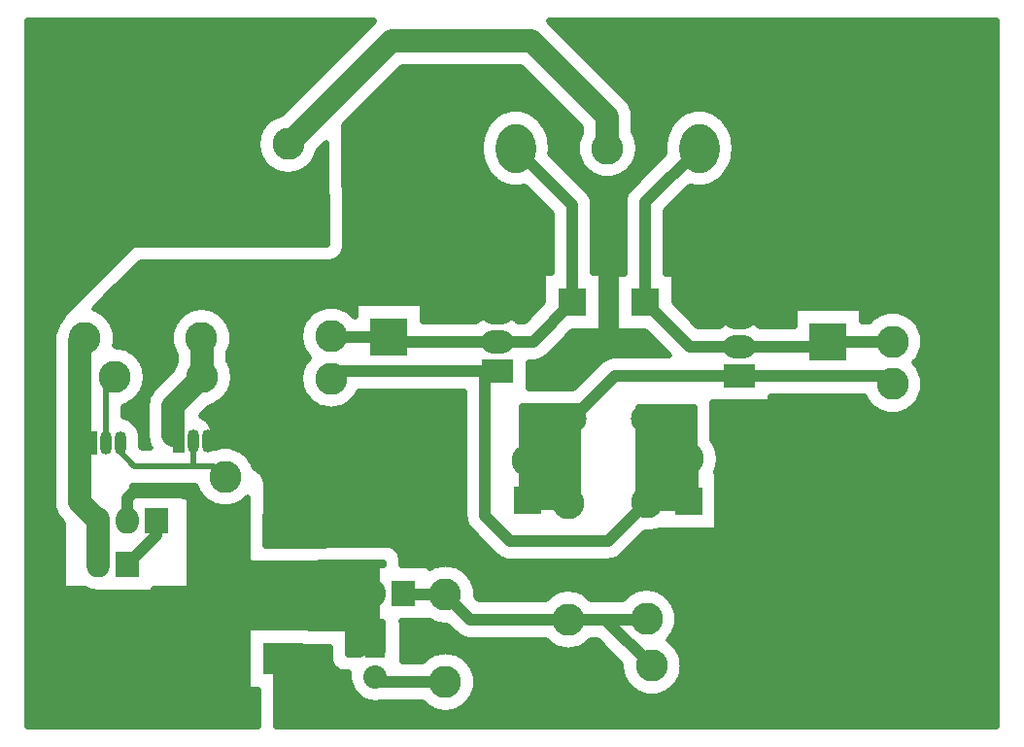
<source format=gbr>
G04 DipTrace 4.1.2.0*
G04 2 - B.Cu.gbr*
%MOIN*%
G04 #@! TF.FileFunction,Copper,L2,Bot*
G04 #@! TF.Part,Single*
%AMOUTLINE0*
4,1,20,
0.07,0.0,
0.066574,-0.026266,
0.056631,-0.049962,
0.041145,-0.068766,
0.021631,-0.08084,
0.0,-0.085,
-0.021631,-0.08084,
-0.041145,-0.068766,
-0.056631,-0.049962,
-0.066574,-0.026266,
-0.07,0.0,
-0.066574,0.026266,
-0.056631,0.049962,
-0.041145,0.068766,
-0.021631,0.08084,
0.0,0.085,
0.021631,0.08084,
0.041145,0.068766,
0.056631,0.049962,
0.066574,0.026266,
0.07,0.0,
0*%
G04 #@! TA.AperFunction,Conductor*
%ADD13C,0.04*%
G04 #@! TA.AperFunction,ComponentPad*
%ADD14C,0.08*%
G04 #@! TA.AperFunction,Conductor*
%ADD15C,0.041339*%
G04 #@! TA.AperFunction,CopperBalancing*
%ADD16C,0.02*%
%ADD17C,0.025*%
G04 #@! TA.AperFunction,ComponentPad*
%ADD19R,0.07X0.07*%
%ADD20C,0.11*%
%ADD21R,0.11X0.11*%
%ADD22C,0.098*%
%ADD23R,0.098X0.098*%
%ADD24C,0.13*%
%ADD25R,0.13X0.13*%
%ADD26O,0.08X0.09*%
%ADD27R,0.08X0.09*%
%ADD28C,0.11*%
%ADD29O,0.11X0.08*%
%ADD30R,0.11X0.08*%
%ADD31R,0.041339X0.08*%
%ADD32O,0.041339X0.08*%
%ADD34C,0.275591*%
%ADD78OUTLINE0*%
%FSLAX26Y26*%
G04*
G70*
G90*
G75*
G01*
G04 Bottom*
%LPD*%
X-1320472Y-446850D2*
G54D13*
Y-368602D1*
X-1300000Y-348130D1*
X-1100000D1*
X-984252Y-463878D1*
Y-595276D1*
X-1420866Y-596457D2*
G54D14*
X-1420472Y-446850D1*
X-1464961Y181102D2*
X-1475067D1*
X-1483980Y172188D1*
Y-179134D1*
Y-383343D1*
X-1420472Y-446850D1*
X-1444882Y-179134D2*
G54D15*
X-1483980D1*
X-767717Y846457D2*
G54D14*
X-412681Y1201492D1*
X66129D1*
X327547Y940072D1*
Y832283D1*
X479909Y-943871D2*
G54D13*
X321533Y-785495D1*
X193295D1*
X-228346Y-699417D2*
X-368110D1*
X-372047Y-695480D1*
X193295Y-785495D2*
X-142269D1*
X-228346Y-699417D1*
X461799Y-782345D2*
X458650Y-785495D1*
X193295D1*
X781484Y50474D2*
X354793D1*
X207469Y-96850D1*
X781484Y50474D2*
X1277853D1*
X1305669Y22657D1*
X-50012Y68409D2*
X-91814D1*
Y-430140D1*
X-7462Y-514492D1*
X329652D1*
X461799Y-382345D1*
X-50012Y68409D2*
X-593382D1*
X-620713Y41079D1*
X456287Y302756D2*
Y646063D1*
X642508Y832283D1*
X781484Y150474D2*
X1067391D1*
X1084634Y167717D1*
X781484Y150474D2*
X608570D1*
X456287Y302756D1*
X1084634Y167717D2*
X1304375D1*
X1305669Y169010D1*
X12587Y832283D2*
X207469Y637402D1*
Y303150D1*
X-50012Y168409D2*
X-405823D1*
X-422453Y185039D1*
X-50012Y168409D2*
X72728D1*
X207469Y303150D1*
X-422453Y185039D2*
X-619105D1*
X-620713Y186647D1*
X-228346Y-999417D2*
X-450000D1*
X-468504Y-980913D1*
X-1320866Y-596457D2*
X-1220472Y-496063D1*
Y-446850D1*
X-1394882Y-179134D2*
G54D16*
Y14567D1*
X-1362205Y47244D1*
X-1093701Y-171260D2*
Y-257874D1*
X-1295319D1*
X-1344882Y-208311D1*
Y-179134D1*
X-984252Y-295276D2*
X-1021654Y-257874D1*
X-1093701D1*
X-1062205Y47244D2*
G54D14*
X-1162598Y-53150D1*
Y-152362D1*
G54D13*
X-1143701Y-171260D1*
X-1064961Y181102D2*
G54D14*
X-1062205Y178346D1*
Y47244D1*
X-1660936Y1249731D2*
G54D16*
X-494286D1*
X-1660936Y1229862D2*
X-514148D1*
X-1660936Y1209993D2*
X-534028D1*
X-1660936Y1190125D2*
X-553890D1*
X-1660936Y1170256D2*
X-573770D1*
X-1660936Y1150387D2*
X-593631D1*
X-1660936Y1130518D2*
X-613493D1*
X-1660936Y1110650D2*
X-633373D1*
X-1660918Y1090781D2*
X-653235D1*
X-1660918Y1070912D2*
X-673115D1*
X-1660918Y1051043D2*
X-692977D1*
X-1660918Y1031175D2*
X-712839D1*
X-1660918Y1011306D2*
X-732719D1*
X-1660918Y991437D2*
X-752580D1*
X-1660918Y971568D2*
X-772442D1*
X-1660918Y951699D2*
X-792322D1*
X-1660918Y931831D2*
X-831526D1*
X-1660900Y911962D2*
X-852285D1*
X-1660900Y892093D2*
X-864719D1*
X-1660900Y872224D2*
X-871913D1*
X-1660900Y852356D2*
X-874946D1*
X-1660900Y832487D2*
X-874192D1*
X-651837D2*
X-638253D1*
X-1660900Y812618D2*
X-869545D1*
X-665903D2*
X-638164D1*
X-1660900Y792749D2*
X-860412D1*
X-675018D2*
X-638074D1*
X-1660900Y772881D2*
X-845180D1*
X-690251D2*
X-637966D1*
X-1660882Y753012D2*
X-818482D1*
X-716967D2*
X-637877D1*
X-1660882Y733143D2*
X-637769D1*
X-1660882Y713274D2*
X-637679D1*
X-1660882Y693406D2*
X-637590D1*
X-1660882Y673537D2*
X-637482D1*
X-1660882Y653668D2*
X-637392D1*
X-1660882Y633799D2*
X-637303D1*
X-1660882Y613930D2*
X-637195D1*
X-1660882Y594062D2*
X-637105D1*
X-1660864Y574193D2*
X-636998D1*
X-1660864Y554324D2*
X-636908D1*
X-1660864Y534455D2*
X-636818D1*
X-1660864Y514587D2*
X-636710D1*
X-1660864Y494718D2*
X-1307440D1*
X-1660864Y474849D2*
X-1327320D1*
X-1660864Y454980D2*
X-1347181D1*
X-1660864Y435112D2*
X-1367061D1*
X-1660864Y415243D2*
X-1386923D1*
X-1660846Y395374D2*
X-1406785D1*
X-1660846Y375505D2*
X-1426665D1*
X-1660846Y355636D2*
X-1446527D1*
X-1660846Y335768D2*
X-1466407D1*
X-1660846Y315899D2*
X-1486269D1*
X-1660846Y296030D2*
X-1506130D1*
X-1660846Y276161D2*
X-1526010D1*
X-1660846Y256293D2*
X-1542122D1*
X-1660846Y236424D2*
X-1556673D1*
X-1660828Y216555D2*
X-1566219D1*
X-1660828Y196686D2*
X-1573001D1*
X-1660828Y176818D2*
X-1576266D1*
X-1660828Y156949D2*
X-1576374D1*
X-1660828Y137080D2*
X-1576374D1*
X-1660828Y117211D2*
X-1576374D1*
X-1660828Y97343D2*
X-1576374D1*
X-1660828Y77474D2*
X-1576374D1*
X-1660828Y57605D2*
X-1576374D1*
X-1660810Y37736D2*
X-1576374D1*
X-1660810Y17867D2*
X-1576374D1*
X-1660810Y-2001D2*
X-1576374D1*
X-1660810Y-21870D2*
X-1576374D1*
X-1660810Y-41739D2*
X-1576374D1*
X-1660810Y-61608D2*
X-1576374D1*
X-1660810Y-81476D2*
X-1576374D1*
X-1660810Y-101345D2*
X-1576374D1*
X-1660792Y-121214D2*
X-1576374D1*
X-1660792Y-141083D2*
X-1576374D1*
X-1660792Y-160951D2*
X-1576374D1*
X-1660792Y-180820D2*
X-1576374D1*
X-1660792Y-200689D2*
X-1576374D1*
X-1660792Y-220558D2*
X-1576374D1*
X-1660792Y-240427D2*
X-1576374D1*
X-1660792Y-260295D2*
X-1576374D1*
X-1660792Y-280164D2*
X-1576374D1*
X-1660774Y-300033D2*
X-1576374D1*
X-1660774Y-319902D2*
X-1576374D1*
X-1660774Y-339770D2*
X-1576374D1*
X-1301574D2*
X-1081800D1*
X-1660774Y-359639D2*
X-1576374D1*
X-1128074D2*
X-1069725D1*
X-1660774Y-379508D2*
X-1576374D1*
X-1104731D2*
X-1049612D1*
X-918887D2*
X-907098D1*
X-1660774Y-399377D2*
X-1574938D1*
X-1104731D2*
X-1002747D1*
X-965752D2*
X-907205D1*
X-1660774Y-419245D2*
X-1568946D1*
X-1104731D2*
X-907313D1*
X-1660774Y-439114D2*
X-1557122D1*
X-1104731D2*
X-907421D1*
X-1660774Y-458983D2*
X-1542122D1*
X-1104731D2*
X-907546D1*
X-1660756Y-478852D2*
X-1542122D1*
X-1104731D2*
X-907654D1*
X-1660756Y-498720D2*
X-1542122D1*
X-1104731D2*
X-907762D1*
X-1660756Y-518589D2*
X-1542122D1*
X-1104731D2*
X-907869D1*
X-1660756Y-538458D2*
X-1542122D1*
X-1104731D2*
X-907977D1*
X-1660756Y-558327D2*
X-1542122D1*
X-1104731D2*
X-908103D1*
X-1660756Y-578196D2*
X-1542122D1*
X-1104731D2*
X-908210D1*
X-1660756Y-598064D2*
X-1542122D1*
X-1104731D2*
X-443205D1*
X-1660756Y-617933D2*
X-1542122D1*
X-1104731D2*
X-464448D1*
X-1660756Y-637802D2*
X-1542122D1*
X-1104731D2*
X-464448D1*
X-1660739Y-657671D2*
X-1542122D1*
X-1104731D2*
X-464448D1*
X-1660739Y-677539D2*
X-1542122D1*
X-1104731D2*
X-464448D1*
X-1660739Y-697408D2*
X-464448D1*
X-1660739Y-717277D2*
X-464448D1*
X-1660739Y-737146D2*
X-464448D1*
X-1660739Y-757014D2*
X-464448D1*
X-1660739Y-776883D2*
X-464448D1*
X-1660739Y-796752D2*
X-443636D1*
X-1660739Y-816621D2*
X-908587D1*
X-693785D2*
X-443689D1*
X-1660721Y-836490D2*
X-908587D1*
X-560153D2*
X-443725D1*
X-1660721Y-856358D2*
X-908587D1*
X-560547D2*
X-443779D1*
X-1660721Y-876227D2*
X-908587D1*
X-560942D2*
X-443815D1*
X-1660721Y-896096D2*
X-908587D1*
X-561337D2*
X-501786D1*
X-1660721Y-915965D2*
X-908587D1*
X-1660721Y-935833D2*
X-908587D1*
X-1660721Y-955702D2*
X-908587D1*
X-1660721Y-975571D2*
X-908587D1*
X-1660703Y-995440D2*
X-908587D1*
X-1660703Y-1015308D2*
X-908587D1*
X-1660703Y-1035177D2*
X-872954D1*
X-1660703Y-1055046D2*
X-872972D1*
X-1660703Y-1074915D2*
X-872990D1*
X-1660703Y-1094783D2*
X-872990D1*
X-1660703Y-1114652D2*
X-873008D1*
X-1660703Y-1134521D2*
X-873026D1*
X-1574133Y-390023D2*
X-1572989Y-399143D1*
X-1570927Y-408091D1*
X-1567968Y-416783D1*
X-1564142Y-425131D1*
X-1559489Y-433047D1*
X-1554058Y-440451D1*
X-1547903Y-447265D1*
X-1540118Y-455044D1*
X-1540117Y-669464D1*
X-1538720Y-674391D1*
X-1535068Y-677980D1*
X-1530118Y-679291D1*
X-1466653Y-679288D1*
X-1461127Y-682396D1*
X-1452709Y-686063D1*
X-1443962Y-688857D1*
X-1434976Y-690749D1*
X-1425845Y-691719D1*
X-1416663Y-691759D1*
X-1411266Y-691345D1*
Y-691857D1*
X-1230466D1*
X-1230474Y-679291D1*
X-1116560Y-679290D1*
X-1111633Y-677894D1*
X-1108043Y-674241D1*
X-1106732Y-669291D1*
X-1106734Y-373843D1*
X-1108130Y-368916D1*
X-1111782Y-365327D1*
X-1116732Y-364016D1*
X-1130072Y-364019D1*
Y-351451D1*
X-1303583Y-351456D1*
X-1303587Y-324981D1*
X-1085153Y-325435D1*
X-1083292Y-331335D1*
X-1079772Y-339830D1*
X-1075525Y-347986D1*
X-1070584Y-355740D1*
X-1064986Y-363034D1*
X-1058773Y-369813D1*
X-1051993Y-376024D1*
X-1044697Y-381621D1*
X-1036942Y-386560D1*
X-1028785Y-390805D1*
X-1020290Y-394323D1*
X-1011520Y-397087D1*
X-1002543Y-399076D1*
X-993427Y-400276D1*
X-984240Y-400676D1*
X-975054Y-400274D1*
X-965938Y-399072D1*
X-956961Y-397081D1*
X-948192Y-394315D1*
X-939698Y-390796D1*
X-931542Y-386549D1*
X-923788Y-381608D1*
X-916493Y-376009D1*
X-909715Y-369796D1*
X-905013Y-364779D1*
X-906225Y-582045D1*
X-904793Y-586961D1*
X-901115Y-590524D1*
X-896155Y-591799D1*
X-441189Y-588466D1*
X-441213Y-600081D1*
X-462447D1*
Y-790881D1*
X-441630Y-790888D1*
X-441853Y-894651D1*
X-445821Y-893405D1*
X-454790Y-891560D1*
X-463900Y-890631D1*
X-473058Y-890628D1*
X-482168Y-891552D1*
X-491139Y-893393D1*
X-499877Y-896132D1*
X-508293Y-899741D1*
X-516301Y-904183D1*
X-519847Y-906649D1*
X-563546Y-906683D1*
X-561984Y-827299D1*
X-563369Y-822369D1*
X-567012Y-818771D1*
X-571959Y-817449D1*
X-695781Y-817166D1*
Y-813891D1*
X-906581D1*
Y-1024691D1*
X-870951Y-1024688D1*
X-871029Y-1151495D1*
X-1662695Y-1151334D1*
X-1662952Y1269191D1*
X-472154Y1269580D1*
X-476625Y1265393D1*
X-793403Y948618D1*
X-795007Y948262D1*
X-803776Y945496D1*
X-812271Y941977D1*
X-820427Y937730D1*
X-828181Y932789D1*
X-835475Y927190D1*
X-842254Y920978D1*
X-848465Y914198D1*
X-854062Y906902D1*
X-859001Y899147D1*
X-863246Y890990D1*
X-866764Y882495D1*
X-869528Y873725D1*
X-871517Y864748D1*
X-872716Y855631D1*
X-873117Y846445D1*
X-872714Y837259D1*
X-871513Y828143D1*
X-869522Y819166D1*
X-866756Y810397D1*
X-863237Y801902D1*
X-858990Y793747D1*
X-854049Y785992D1*
X-848450Y778698D1*
X-842237Y771919D1*
X-835458Y765708D1*
X-828162Y760111D1*
X-820407Y755172D1*
X-812250Y750927D1*
X-803755Y747409D1*
X-794985Y744645D1*
X-786008Y742656D1*
X-776891Y741457D1*
X-767705Y741057D1*
X-758519Y741459D1*
X-749403Y742660D1*
X-740426Y744651D1*
X-731657Y747417D1*
X-723162Y750937D1*
X-715007Y755183D1*
X-707252Y760125D1*
X-699958Y765723D1*
X-693179Y771936D1*
X-686968Y778716D1*
X-681371Y786011D1*
X-676432Y793767D1*
X-672187Y801923D1*
X-668669Y810419D1*
X-665905Y819188D1*
X-665553Y820775D1*
X-636344Y849991D1*
X-634659Y502126D1*
X-1284853D1*
X-1296541Y501770D1*
X-1300969Y499197D1*
X-1530628Y269538D1*
X-1538807Y260856D1*
X-1540118Y255906D1*
X-1540123Y254941D1*
X-1545709Y248843D1*
X-1551306Y241548D1*
X-1556245Y233792D1*
X-1560490Y225636D1*
X-1564008Y217140D1*
X-1566645Y208773D1*
X-1567015Y207930D1*
X-1570212Y199322D1*
X-1572520Y190434D1*
X-1573914Y181358D1*
X-1574380Y172188D1*
Y-383315D1*
X-1574133Y-390023D1*
X148125Y1249344D2*
X1660914D1*
X167987Y1229475D2*
X1660914D1*
X187867Y1209606D2*
X1660914D1*
X207729Y1189738D2*
X1660914D1*
X227591Y1169869D2*
X1660914D1*
X247470Y1150000D2*
X1660914D1*
X267332Y1130131D2*
X1660914D1*
X-374062Y1110262D2*
X27519D1*
X287194D2*
X1660914D1*
X-393941Y1090394D2*
X47381D1*
X307074D2*
X1660914D1*
X-413803Y1070525D2*
X67243D1*
X326936D2*
X1660914D1*
X-433665Y1050656D2*
X87123D1*
X346816D2*
X1660914D1*
X-453545Y1030787D2*
X106985D1*
X366678D2*
X1660914D1*
X-473407Y1010919D2*
X126865D1*
X386540D2*
X1660914D1*
X-493287Y991050D2*
X146727D1*
X404195D2*
X1660914D1*
X-513149Y971181D2*
X166589D1*
X414422D2*
X1660914D1*
X-533011Y951312D2*
X-45110D1*
X70292D2*
X186468D1*
X419248D2*
X584801D1*
X700203D2*
X1660914D1*
X-552890Y931444D2*
X-70821D1*
X95985D2*
X206330D1*
X419948D2*
X559108D1*
X725914D2*
X1660914D1*
X-572752Y911575D2*
X-87023D1*
X112205D2*
X226192D1*
X419948D2*
X542888D1*
X742134D2*
X1660914D1*
X-574152Y891706D2*
X-96730D1*
X121912D2*
X235145D1*
X419948D2*
X533181D1*
X751823D2*
X1660914D1*
X-574044Y871837D2*
X-104606D1*
X129770D2*
X227843D1*
X427250D2*
X525323D1*
X759699D2*
X1660914D1*
X-573954Y851969D2*
X-108195D1*
X133359D2*
X221994D1*
X433099D2*
X521734D1*
X763288D2*
X1660914D1*
X-573865Y832100D2*
X-109809D1*
X134991D2*
X220146D1*
X434947D2*
X520102D1*
X764902D2*
X1660914D1*
X-573757Y812231D2*
X-108123D1*
X134202D2*
X222066D1*
X433028D2*
X520891D1*
X763234D2*
X1660914D1*
X-573667Y792362D2*
X-104499D1*
X154064D2*
X228004D1*
X427089D2*
X501029D1*
X759592D2*
X1660914D1*
X-573560Y772493D2*
X-96586D1*
X173944D2*
X238752D1*
X416341D2*
X481149D1*
X751679D2*
X1660914D1*
X-573470Y752625D2*
X-86772D1*
X193806D2*
X256532D1*
X398561D2*
X461287D1*
X741865D2*
X1660914D1*
X-573380Y732756D2*
X-70516D1*
X213668D2*
X290856D1*
X364238D2*
X441426D1*
X725609D2*
X1660914D1*
X-573273Y712887D2*
X-44518D1*
X233547D2*
X421546D1*
X699611D2*
X1660914D1*
X-573183Y693018D2*
X50288D1*
X253409D2*
X401827D1*
X604805D2*
X1660914D1*
X-573093Y673150D2*
X70168D1*
X270113D2*
X389304D1*
X584943D2*
X1660914D1*
X-572986Y653281D2*
X90030D1*
X278062D2*
X384262D1*
X565063D2*
X1660914D1*
X-572896Y633412D2*
X109892D1*
X279874D2*
X383885D1*
X545202D2*
X1660914D1*
X-572788Y613543D2*
X129771D1*
X279874D2*
X383885D1*
X528695D2*
X1660914D1*
X-572699Y593675D2*
X135064D1*
X279874D2*
X383885D1*
X528695D2*
X1660914D1*
X-572609Y573806D2*
X135064D1*
X279874D2*
X383885D1*
X528695D2*
X1660914D1*
X-572501Y553937D2*
X135064D1*
X279874D2*
X383885D1*
X528695D2*
X1660914D1*
X-572411Y534068D2*
X135064D1*
X279874D2*
X383885D1*
X528695D2*
X1660914D1*
X-572322Y514199D2*
X135064D1*
X279874D2*
X383885D1*
X528695D2*
X1660914D1*
X-572214Y494331D2*
X135064D1*
X279874D2*
X383885D1*
X528695D2*
X1660914D1*
X-575408Y474462D2*
X135064D1*
X279874D2*
X383885D1*
X528695D2*
X1660914D1*
X-588972Y454593D2*
X135064D1*
X279874D2*
X383885D1*
X528695D2*
X1660914D1*
X-1278020Y434724D2*
X135064D1*
X279874D2*
X383885D1*
X528695D2*
X1660914D1*
X-1297900Y414856D2*
X135064D1*
X279874D2*
X383885D1*
X528695D2*
X1660914D1*
X-1317762Y394987D2*
X106070D1*
X308868D2*
X354891D1*
X557689D2*
X1660914D1*
X-1337624Y375118D2*
X106070D1*
X308868D2*
X354891D1*
X557689D2*
X1660914D1*
X-1357504Y355249D2*
X106070D1*
X308868D2*
X354891D1*
X557689D2*
X1660914D1*
X-1377366Y335381D2*
X106070D1*
X308868D2*
X354891D1*
X557689D2*
X1660914D1*
X-1397227Y315512D2*
X106070D1*
X308868D2*
X354891D1*
X557689D2*
X1660914D1*
X-1417107Y295643D2*
X-539845D1*
X-305056D2*
X98409D1*
X308868D2*
X354891D1*
X564956D2*
X1660914D1*
X-1416623Y275774D2*
X-1113293D1*
X-1016640D2*
X-678968D1*
X-562454D2*
X-539845D1*
X-305056D2*
X78529D1*
X308868D2*
X354891D1*
X584836D2*
X967237D1*
X1202026D2*
X1660914D1*
X-1388705Y255906D2*
X-1141211D1*
X-988704D2*
X-702168D1*
X-305056D2*
X-89732D1*
X-10286D2*
X58667D1*
X308868D2*
X354891D1*
X604698D2*
X967237D1*
X1202026D2*
X1244011D1*
X1367326D2*
X1660914D1*
X-1373006Y236037D2*
X-1156910D1*
X-973005D2*
X-715822D1*
X308868D2*
X354891D1*
X624559D2*
X735317D1*
X827664D2*
X967237D1*
X1389018D2*
X1660914D1*
X-1363568Y216168D2*
X-1166365D1*
X-963567D2*
X-723895D1*
X308868D2*
X354891D1*
X1401936D2*
X1660914D1*
X-1358670Y196299D2*
X-1171264D1*
X-958669D2*
X-727663D1*
X202185D2*
X461180D1*
X1409472D2*
X1660914D1*
X-1357665Y176430D2*
X-1172250D1*
X-957664D2*
X-727609D1*
X182305D2*
X481060D1*
X1412809D2*
X1660914D1*
X-1360464Y156562D2*
X-1169469D1*
X-960463D2*
X-723734D1*
X162443D2*
X500922D1*
X1412325D2*
X1660914D1*
X-1304449Y136693D2*
X-1162544D1*
X-967371D2*
X-715516D1*
X142581D2*
X520783D1*
X1408001D2*
X1660914D1*
X-1281034Y116824D2*
X-1154613D1*
X-969811D2*
X-701665D1*
X122629D2*
X329252D1*
X1399245D2*
X1660914D1*
X-1267273Y96955D2*
X-1157143D1*
X-967263D2*
X-712090D1*
X57392D2*
X299719D1*
X1384586D2*
X1660914D1*
X-1259109Y77087D2*
X-1165289D1*
X-959117D2*
X-721778D1*
X57392D2*
X279839D1*
X1397935D2*
X1660914D1*
X-1255270Y57218D2*
X-1182083D1*
X-955278D2*
X-726874D1*
X57392D2*
X259977D1*
X1407247D2*
X1660914D1*
X-1255270Y37349D2*
X-1201945D1*
X-955278D2*
X-728040D1*
X57392D2*
X240115D1*
X1412038D2*
X1660914D1*
X-1259091Y17480D2*
X-1221806D1*
X-959099D2*
X-725438D1*
X57392D2*
X220235D1*
X1412935D2*
X1660914D1*
X-1267219Y-2388D2*
X-1239408D1*
X-967227D2*
X-718728D1*
X-522694D2*
X-164210D1*
X1410046D2*
X1660914D1*
X-1280963Y-22257D2*
X-1249563D1*
X-980971D2*
X-706958D1*
X-534464D2*
X-164210D1*
X888882D2*
X1208324D1*
X1403013D2*
X1660914D1*
X-1304323Y-42126D2*
X-1254318D1*
X-1004331D2*
X-687419D1*
X-554021D2*
X-164210D1*
X689635D2*
X1220525D1*
X1390812D2*
X1660914D1*
X-1332474Y-61995D2*
X-1254999D1*
X-1041597D2*
X-644735D1*
X-596687D2*
X-164210D1*
X689833D2*
X1240871D1*
X1370466D2*
X1660914D1*
X-1332474Y-81864D2*
X-1254999D1*
X-1061459D2*
X-164210D1*
X689851D2*
X1290087D1*
X1321251D2*
X1660914D1*
X-1301919Y-101732D2*
X-1254999D1*
X-1041382D2*
X-164210D1*
X689869D2*
X1660914D1*
X-1282954Y-121601D2*
X-1254999D1*
X-1027423D2*
X-164210D1*
X689905D2*
X1660914D1*
X-1274216Y-141470D2*
X-1254999D1*
X-1021412D2*
X-164210D1*
X689922D2*
X1660914D1*
X-1271812Y-161339D2*
X-1254551D1*
X-1020623D2*
X-164210D1*
X689940D2*
X1660914D1*
X-1271812Y-181207D2*
X-1250281D1*
X-1020623D2*
X-164210D1*
X697530D2*
X1660914D1*
X-934967Y-201076D2*
X-164210D1*
X706429D2*
X1660914D1*
X-907534Y-220945D2*
X-164210D1*
X710897D2*
X1660914D1*
X-892014Y-240814D2*
X-164210D1*
X711507D2*
X1660914D1*
X-882684Y-260682D2*
X-164210D1*
X708295D2*
X1660914D1*
X-856740Y-280551D2*
X-164210D1*
X700903D2*
X1660914D1*
X-844754Y-300420D2*
X-164210D1*
X706501D2*
X1660914D1*
X-842368Y-320289D2*
X-164210D1*
X706501D2*
X1660914D1*
X-842476Y-340157D2*
X-164210D1*
X706501D2*
X1660914D1*
X-842583Y-360026D2*
X-164210D1*
X706501D2*
X1660914D1*
X-842691Y-379895D2*
X-164210D1*
X706501D2*
X1660914D1*
X-842817Y-399764D2*
X-164210D1*
X706501D2*
X1660914D1*
X-842924Y-419633D2*
X-164210D1*
X706501D2*
X1660914D1*
X-843032Y-439501D2*
X-163582D1*
X706501D2*
X1660914D1*
X-843140Y-459370D2*
X-157858D1*
X706501D2*
X1660914D1*
X-843247Y-479239D2*
X-144258D1*
X706501D2*
X1660914D1*
X-843373Y-499108D2*
X-124414D1*
X446592D2*
X1660914D1*
X-843481Y-518976D2*
X-104534D1*
X426730D2*
X1660914D1*
X-397925Y-538845D2*
X-84673D1*
X406868D2*
X1660914D1*
X-382764Y-558714D2*
X-64793D1*
X386988D2*
X1660914D1*
X-378762Y-578583D2*
X-38597D1*
X360775D2*
X1660914D1*
X-378816Y-598451D2*
X-260595D1*
X-196094D2*
X1660914D1*
X-159026Y-618320D2*
X1660914D1*
X-140563Y-638189D2*
X1660914D1*
X-129403Y-658058D2*
X1660914D1*
X-123159Y-677927D2*
X445445D1*
X478152D2*
X1660914D1*
X-120952Y-697795D2*
X132839D1*
X253750D2*
X396875D1*
X526739D2*
X1660914D1*
X547014Y-717664D2*
X1660914D1*
X559196Y-737533D2*
X1660914D1*
X566212Y-757402D2*
X1660914D1*
X569082Y-777270D2*
X1660914D1*
X-376107Y-797139D2*
X-269835D1*
X568149D2*
X1660914D1*
X-376107Y-817008D2*
X-212313D1*
X563341D2*
X1660914D1*
X-376107Y-836877D2*
X-192397D1*
X553993D2*
X1660914D1*
X-376107Y-856745D2*
X113624D1*
X272966D2*
X291214D1*
X541218D2*
X1660914D1*
X-376107Y-876614D2*
X138312D1*
X248278D2*
X311094D1*
X563054D2*
X1660914D1*
X-808476Y-896483D2*
X-625752D1*
X-376107D2*
X-253005D1*
X-203683D2*
X330956D1*
X576062D2*
X1660914D1*
X-808476Y-916352D2*
X-626147D1*
X-376107D2*
X-295223D1*
X-161466D2*
X350836D1*
X583651D2*
X1660914D1*
X-808494Y-936220D2*
X-622200D1*
X-141999D2*
X370698D1*
X587025D2*
X1660914D1*
X-808511Y-956089D2*
X-607164D1*
X-130264D2*
X373228D1*
X586594D2*
X1660914D1*
X-808511Y-975958D2*
X-560766D1*
X-123590D2*
X377516D1*
X582306D2*
X1660914D1*
X-808529Y-995827D2*
X-559671D1*
X-121006D2*
X386200D1*
X573622D2*
X1660914D1*
X-808547Y-1015696D2*
X-553948D1*
X-122208D2*
X400769D1*
X559053D2*
X1660914D1*
X-808565Y-1035564D2*
X-542519D1*
X-127340D2*
X425942D1*
X533880D2*
X1660914D1*
X-808565Y-1055433D2*
X-521688D1*
X-137064D2*
X1660914D1*
X-808583Y-1075302D2*
X-303494D1*
X-153194D2*
X1660914D1*
X-808601Y-1095171D2*
X-274392D1*
X-182297D2*
X1660914D1*
X-808601Y-1115039D2*
X1660914D1*
X-808619Y-1134908D2*
X1660914D1*
X-142244Y-855895D2*
X114982D1*
X118774Y-860032D1*
X125554Y-866243D1*
X132850Y-871840D1*
X140605Y-876780D1*
X148762Y-881024D1*
X157257Y-884542D1*
X166027Y-887306D1*
X175004Y-889295D1*
X184121Y-890495D1*
X193307Y-890895D1*
X202493Y-890493D1*
X211609Y-889291D1*
X220586Y-887300D1*
X229355Y-884534D1*
X237850Y-881015D1*
X246005Y-876768D1*
X253760Y-871827D1*
X261054Y-866228D1*
X267832Y-860016D1*
X271738Y-855895D1*
X292378Y-855901D1*
X374754Y-938276D1*
X374509Y-943883D1*
X374912Y-953069D1*
X376113Y-962185D1*
X378104Y-971162D1*
X380870Y-979931D1*
X384389Y-988426D1*
X388636Y-996581D1*
X393577Y-1004336D1*
X399176Y-1011630D1*
X405389Y-1018409D1*
X412168Y-1024620D1*
X419464Y-1030217D1*
X427219Y-1035156D1*
X435376Y-1039401D1*
X443871Y-1042919D1*
X452641Y-1045683D1*
X461618Y-1047672D1*
X470735Y-1048871D1*
X479921Y-1049271D1*
X489107Y-1048869D1*
X498223Y-1047668D1*
X507200Y-1045677D1*
X515969Y-1042911D1*
X524464Y-1039391D1*
X532619Y-1035145D1*
X540374Y-1030203D1*
X547668Y-1024605D1*
X554447Y-1018392D1*
X560658Y-1011612D1*
X566255Y-1004317D1*
X571194Y-996561D1*
X575439Y-988405D1*
X578957Y-979909D1*
X581721Y-971140D1*
X583710Y-962163D1*
X584909Y-953046D1*
X585309Y-943860D1*
X584907Y-934674D1*
X583706Y-925558D1*
X581715Y-916581D1*
X578949Y-907812D1*
X575429Y-899317D1*
X571183Y-891161D1*
X566241Y-883407D1*
X560643Y-876113D1*
X554430Y-869334D1*
X547650Y-863123D1*
X540355Y-857526D1*
X537495Y-855601D1*
X542548Y-850086D1*
X548144Y-842791D1*
X553084Y-835035D1*
X557329Y-826879D1*
X560847Y-818383D1*
X563611Y-809614D1*
X565600Y-800636D1*
X566799Y-791520D1*
X567199Y-782334D1*
X566797Y-773147D1*
X565596Y-764031D1*
X563605Y-755054D1*
X560839Y-746285D1*
X557319Y-737791D1*
X553073Y-729635D1*
X548131Y-721881D1*
X542533Y-714586D1*
X536320Y-707808D1*
X529540Y-701597D1*
X522245Y-696000D1*
X514489Y-691060D1*
X506333Y-686815D1*
X497837Y-683298D1*
X489068Y-680534D1*
X480090Y-678544D1*
X470974Y-677345D1*
X461788Y-676945D1*
X452602Y-677347D1*
X443485Y-678548D1*
X434509Y-680540D1*
X425739Y-683305D1*
X417245Y-686825D1*
X409089Y-691072D1*
X401335Y-696013D1*
X394041Y-701611D1*
X387262Y-707824D1*
X381051Y-714604D1*
X380674Y-715096D1*
X271608Y-715095D1*
X267816Y-710958D1*
X261036Y-704746D1*
X253741Y-699150D1*
X245985Y-694210D1*
X237829Y-689965D1*
X229333Y-686447D1*
X220564Y-683683D1*
X211586Y-681694D1*
X202470Y-680495D1*
X193284Y-680095D1*
X184098Y-680497D1*
X174981Y-681698D1*
X166005Y-683689D1*
X157236Y-686455D1*
X148741Y-689975D1*
X140585Y-694221D1*
X132831Y-699163D1*
X125537Y-704761D1*
X118758Y-710974D1*
X114979Y-715099D1*
X-105879Y-715095D1*
X-113112Y-715091D1*
X-123191Y-705017D1*
X-122946Y-699406D1*
X-123349Y-690220D1*
X-124550Y-681103D1*
X-126541Y-672127D1*
X-129307Y-663358D1*
X-132826Y-654863D1*
X-137073Y-646707D1*
X-142014Y-638953D1*
X-147613Y-631659D1*
X-153826Y-624880D1*
X-160605Y-618669D1*
X-167901Y-613072D1*
X-175656Y-608132D1*
X-183813Y-603888D1*
X-192308Y-600370D1*
X-201078Y-597606D1*
X-210055Y-595617D1*
X-219172Y-594417D1*
X-228358Y-594017D1*
X-237544Y-594419D1*
X-246660Y-595621D1*
X-255637Y-597612D1*
X-264406Y-600378D1*
X-272901Y-603897D1*
X-281056Y-608144D1*
X-281655Y-608525D1*
X-281647Y-600080D1*
X-380814Y-600082D1*
X-380767Y-578506D1*
X-380809Y-576338D1*
X-382016Y-567244D1*
X-384851Y-558520D1*
X-389221Y-550454D1*
X-394981Y-543314D1*
X-401940Y-537336D1*
X-409866Y-532718D1*
X-418499Y-529614D1*
X-427560Y-528126D1*
X-431565Y-527998D1*
X-845543Y-531030D1*
X-844340Y-316112D1*
X-844374Y-313944D1*
X-845550Y-304846D1*
X-848356Y-296112D1*
X-852698Y-288031D1*
X-858434Y-280871D1*
X-865372Y-274869D1*
X-873282Y-270225D1*
X-881904Y-267091D1*
X-882854Y-266855D1*
X-883756Y-263499D1*
X-886908Y-254861D1*
X-890801Y-246531D1*
X-895405Y-238571D1*
X-900685Y-231044D1*
X-906601Y-224005D1*
X-913109Y-217508D1*
X-920157Y-211604D1*
X-927694Y-206336D1*
X-935660Y-201745D1*
X-943997Y-197866D1*
X-952640Y-194728D1*
X-961524Y-192355D1*
X-970580Y-190766D1*
X-979741Y-189972D1*
X-988936Y-189980D1*
X-998095Y-190789D1*
X-1007149Y-192393D1*
X-1016029Y-194780D1*
X-1023064Y-197273D1*
X-1022631Y-190591D1*
Y-151929D1*
X-1022686Y-149131D1*
X-1023640Y-140001D1*
X-1025762Y-131069D1*
X-1029017Y-122486D1*
X-1033352Y-114394D1*
X-1038694Y-106928D1*
X-1044953Y-100213D1*
X-1052026Y-94361D1*
X-1059794Y-89470D1*
X-1067517Y-85902D1*
X-1043531Y-61927D1*
X-1036518Y-54917D1*
X-1034914Y-54562D1*
X-1026145Y-51796D1*
X-1017650Y-48276D1*
X-1009495Y-44029D1*
X-1001740Y-39088D1*
X-994446Y-33490D1*
X-987668Y-27277D1*
X-981456Y-20497D1*
X-975859Y-13201D1*
X-970920Y-5446D1*
X-966675Y2711D1*
X-963157Y11206D1*
X-960393Y19976D1*
X-958404Y28953D1*
X-957205Y38069D1*
X-956805Y47256D1*
X-957207Y56442D1*
X-958408Y65558D1*
X-960399Y74535D1*
X-963165Y83304D1*
X-966685Y91799D1*
X-970931Y99954D1*
X-971805Y101439D1*
X-971806Y132005D1*
X-969431Y136569D1*
X-965913Y145064D1*
X-963149Y153834D1*
X-961160Y162811D1*
X-959961Y171928D1*
X-959561Y181114D1*
X-959963Y190300D1*
X-961164Y199416D1*
X-963155Y208393D1*
X-965921Y217162D1*
X-969441Y225657D1*
X-973687Y233812D1*
X-978629Y241567D1*
X-984227Y248861D1*
X-990440Y255640D1*
X-997220Y261851D1*
X-1004515Y267448D1*
X-1012271Y272387D1*
X-1020427Y276632D1*
X-1028923Y280150D1*
X-1037692Y282914D1*
X-1046669Y284903D1*
X-1055786Y286102D1*
X-1064972Y286502D1*
X-1074158Y286100D1*
X-1083275Y284899D1*
X-1092251Y282908D1*
X-1101020Y280142D1*
X-1109515Y276622D1*
X-1117671Y272376D1*
X-1125425Y267434D1*
X-1132719Y261836D1*
X-1139498Y255623D1*
X-1145709Y248843D1*
X-1151306Y241548D1*
X-1156245Y233792D1*
X-1160490Y225636D1*
X-1164008Y217140D1*
X-1166772Y208371D1*
X-1168761Y199394D1*
X-1169961Y190277D1*
X-1170361Y181091D1*
X-1169959Y171905D1*
X-1168757Y162788D1*
X-1166766Y153812D1*
X-1164000Y145043D1*
X-1160481Y136548D1*
X-1156234Y128392D1*
X-1152605Y122555D1*
X-1152607Y101320D1*
X-1153490Y99934D1*
X-1157734Y91778D1*
X-1161252Y83282D1*
X-1164016Y74512D1*
X-1164368Y72926D1*
X-1226503Y10791D1*
X-1231076Y5867D1*
X-1236710Y-1384D1*
X-1241579Y-9169D1*
X-1245633Y-17408D1*
X-1248830Y-26015D1*
X-1251138Y-34903D1*
X-1252532Y-43979D1*
X-1252999Y-53150D1*
Y-152362D1*
X-1252608Y-160760D1*
X-1251291Y-169847D1*
X-1249060Y-178755D1*
X-1245937Y-187389D1*
X-1241954Y-195663D1*
X-1240931Y-197474D1*
X-1270302Y-197472D1*
X-1273812Y-193968D1*
Y-159803D1*
X-1273868Y-157005D1*
X-1274821Y-147875D1*
X-1276943Y-138944D1*
X-1280198Y-130360D1*
X-1284533Y-122268D1*
X-1289875Y-114802D1*
X-1296134Y-108087D1*
X-1303207Y-102235D1*
X-1310975Y-97344D1*
X-1319309Y-93494D1*
X-1328069Y-90751D1*
X-1334488Y-89621D1*
X-1334482Y-58542D1*
X-1334477Y-54424D1*
X-1326145Y-51796D1*
X-1317650Y-48276D1*
X-1309495Y-44029D1*
X-1301740Y-39088D1*
X-1294446Y-33490D1*
X-1287668Y-27277D1*
X-1281456Y-20497D1*
X-1275859Y-13201D1*
X-1270920Y-5446D1*
X-1266675Y2711D1*
X-1263157Y11206D1*
X-1260393Y19976D1*
X-1258404Y28953D1*
X-1257205Y38069D1*
X-1256805Y47256D1*
X-1257207Y56442D1*
X-1258408Y65558D1*
X-1260399Y74535D1*
X-1263165Y83304D1*
X-1266685Y91799D1*
X-1270931Y99954D1*
X-1275873Y107708D1*
X-1281471Y115003D1*
X-1287684Y121781D1*
X-1294464Y127993D1*
X-1301759Y133589D1*
X-1309515Y138529D1*
X-1317671Y142774D1*
X-1326167Y146292D1*
X-1334936Y149056D1*
X-1343914Y151045D1*
X-1353030Y152244D1*
X-1362216Y152644D1*
X-1363499Y152588D1*
X-1363524Y152644D1*
X-1363149Y153834D1*
X-1361160Y162811D1*
X-1359961Y171928D1*
X-1359561Y181114D1*
X-1359963Y190300D1*
X-1361164Y199416D1*
X-1363155Y208393D1*
X-1365921Y217162D1*
X-1369441Y225657D1*
X-1373687Y233812D1*
X-1378629Y241567D1*
X-1384227Y248861D1*
X-1390440Y255640D1*
X-1397220Y261851D1*
X-1404515Y267448D1*
X-1412271Y272387D1*
X-1420427Y276632D1*
X-1428923Y280150D1*
X-1433230Y281508D1*
X-1381744Y333003D1*
X-1273026Y441726D1*
X-624606D1*
X-622439Y441773D1*
X-613347Y443000D1*
X-604629Y445854D1*
X-596573Y450242D1*
X-589445Y456017D1*
X-583483Y462988D1*
X-578882Y470925D1*
X-575797Y479564D1*
X-574329Y488629D1*
X-574207Y492406D1*
X-576239Y910089D1*
X-375241Y1111092D1*
X28680Y1111096D1*
X237147Y902619D1*
X237145Y886359D1*
X236262Y884973D1*
X232018Y876817D1*
X228500Y868322D1*
X225736Y859552D1*
X223747Y850575D1*
X222547Y841458D1*
X222147Y832272D1*
X222549Y823086D1*
X223751Y813970D1*
X225742Y804993D1*
X228508Y796224D1*
X232027Y787729D1*
X236274Y779573D1*
X241215Y771819D1*
X246814Y764525D1*
X253026Y757746D1*
X259806Y751535D1*
X267102Y745938D1*
X274857Y740999D1*
X283014Y736754D1*
X291509Y733236D1*
X300279Y730472D1*
X309256Y728483D1*
X318373Y727284D1*
X327559Y726883D1*
X336745Y727286D1*
X345861Y728487D1*
X354838Y730478D1*
X363607Y733244D1*
X372102Y736763D1*
X380257Y741010D1*
X388012Y745951D1*
X395306Y751550D1*
X402084Y757763D1*
X408296Y764542D1*
X413892Y771838D1*
X418832Y779593D1*
X423077Y787750D1*
X426595Y796245D1*
X429359Y805015D1*
X431348Y813992D1*
X432547Y823109D1*
X432947Y832295D1*
X432545Y841481D1*
X431344Y850597D1*
X429353Y859574D1*
X426587Y868343D1*
X423067Y876838D1*
X418821Y884993D1*
X417947Y886364D1*
Y940072D1*
X417556Y948470D1*
X416240Y957557D1*
X414009Y966464D1*
X410886Y975099D1*
X406902Y983373D1*
X402100Y991199D1*
X396523Y998505D1*
X391444Y1004020D1*
X130051Y1265414D1*
X126021Y1269212D1*
X1662913Y1269205D1*
Y-1151102D1*
X-810630D1*
X-810454Y-877290D1*
X-623386Y-877729D1*
X-624136Y-915686D1*
X-624132Y-917854D1*
X-623085Y-926968D1*
X-620403Y-935741D1*
X-616175Y-943882D1*
X-610542Y-951122D1*
X-603689Y-957222D1*
X-595845Y-961978D1*
X-587268Y-965233D1*
X-578235Y-966880D1*
X-573682Y-967081D1*
X-558904Y-967066D1*
Y-972888D1*
X-558496Y-972895D1*
X-558904Y-980888D1*
X-558443Y-990034D1*
X-557058Y-999086D1*
X-554766Y-1007952D1*
X-551588Y-1016540D1*
X-547557Y-1024763D1*
X-542715Y-1032535D1*
X-537112Y-1039778D1*
X-530805Y-1046417D1*
X-523858Y-1052384D1*
X-516344Y-1057618D1*
X-508338Y-1062064D1*
X-499924Y-1065677D1*
X-491187Y-1068421D1*
X-482218Y-1070267D1*
X-473108Y-1071196D1*
X-463950Y-1071199D1*
X-454840Y-1070275D1*
X-452413Y-1069777D1*
X-448868Y-1069817D1*
X-306659D1*
X-302867Y-1073955D1*
X-296087Y-1080166D1*
X-288792Y-1085763D1*
X-281036Y-1090702D1*
X-272880Y-1094947D1*
X-264385Y-1098465D1*
X-255615Y-1101229D1*
X-246638Y-1103218D1*
X-237521Y-1104417D1*
X-228335Y-1104817D1*
X-219149Y-1104415D1*
X-210033Y-1103214D1*
X-201056Y-1101223D1*
X-192287Y-1098457D1*
X-183792Y-1094937D1*
X-175636Y-1090691D1*
X-167882Y-1085749D1*
X-160588Y-1080151D1*
X-153809Y-1073938D1*
X-147598Y-1067158D1*
X-142001Y-1059863D1*
X-137062Y-1052107D1*
X-132817Y-1043951D1*
X-129299Y-1035455D1*
X-126535Y-1026686D1*
X-124546Y-1017708D1*
X-123347Y-1008592D1*
X-122946Y-999406D1*
X-123349Y-990220D1*
X-124550Y-981103D1*
X-126541Y-972127D1*
X-129307Y-963358D1*
X-132826Y-954863D1*
X-137073Y-946707D1*
X-142014Y-938953D1*
X-147613Y-931659D1*
X-153826Y-924880D1*
X-160605Y-918669D1*
X-167901Y-913072D1*
X-175656Y-908132D1*
X-183813Y-903888D1*
X-192308Y-900370D1*
X-201078Y-897606D1*
X-210055Y-895617D1*
X-219172Y-894417D1*
X-228358Y-894017D1*
X-237544Y-894419D1*
X-246660Y-895621D1*
X-255637Y-897612D1*
X-264406Y-900378D1*
X-272901Y-903897D1*
X-281056Y-908144D1*
X-288811Y-913085D1*
X-296105Y-918684D1*
X-302884Y-924896D1*
X-306782Y-929017D1*
X-378104Y-929013D1*
Y-792088D1*
X-381232Y-792082D1*
X-381235Y-790880D1*
X-281647D1*
X-281650Y-790311D1*
X-281036Y-790702D1*
X-272880Y-794947D1*
X-264385Y-798465D1*
X-255615Y-801229D1*
X-246638Y-803218D1*
X-237521Y-804417D1*
X-228335Y-804817D1*
X-222746Y-804573D1*
X-191555Y-835765D1*
X-184595Y-841750D1*
X-176915Y-846779D1*
X-168646Y-850767D1*
X-159929Y-853644D1*
X-150903Y-855363D1*
X-142244Y-855895D1*
X379538Y-564167D2*
X456204Y-487501D1*
X461811Y-487745D1*
X470997Y-487343D1*
X480113Y-486142D1*
X489090Y-484151D1*
X497859Y-481385D1*
X505706Y-478172D1*
Y-479886D1*
X704506D1*
Y-281086D1*
X698535Y-281087D1*
X699849Y-278562D1*
X703366Y-270067D1*
X706130Y-261297D1*
X708120Y-252320D1*
X709319Y-243204D1*
X709719Y-234017D1*
X709317Y-224831D1*
X708116Y-215715D1*
X706124Y-206738D1*
X703359Y-197969D1*
X699839Y-189474D1*
X695592Y-181319D1*
X690651Y-173564D1*
X687959Y-169894D1*
X687806Y-46172D1*
X687756Y-44005D1*
X687413Y-39926D1*
X886884D1*
X886880Y-19926D1*
X1209335Y-19931D1*
X1210149Y-21897D1*
X1214396Y-30053D1*
X1219337Y-37807D1*
X1224936Y-45101D1*
X1231148Y-51880D1*
X1237928Y-58091D1*
X1245224Y-63688D1*
X1252979Y-68627D1*
X1261136Y-72872D1*
X1269631Y-76390D1*
X1278401Y-79154D1*
X1287378Y-81143D1*
X1296495Y-82342D1*
X1305681Y-82743D1*
X1314867Y-82340D1*
X1323983Y-81139D1*
X1332960Y-79148D1*
X1341729Y-76382D1*
X1350224Y-72862D1*
X1358379Y-68616D1*
X1366134Y-63675D1*
X1373428Y-58076D1*
X1380207Y-51863D1*
X1386418Y-45083D1*
X1392015Y-37788D1*
X1396954Y-30033D1*
X1401199Y-21876D1*
X1404717Y-13381D1*
X1407481Y-4611D1*
X1409470Y4366D1*
X1410669Y13483D1*
X1411069Y22669D1*
X1410667Y31855D1*
X1409466Y40971D1*
X1407475Y49948D1*
X1404709Y58717D1*
X1401189Y67212D1*
X1396943Y75367D1*
X1392001Y83122D1*
X1386403Y90416D1*
X1381486Y95887D1*
X1386418Y101270D1*
X1392015Y108565D1*
X1396954Y116320D1*
X1401199Y124477D1*
X1404717Y132972D1*
X1407481Y141742D1*
X1409470Y150719D1*
X1410669Y159836D1*
X1411069Y169022D1*
X1410667Y178208D1*
X1409466Y187324D1*
X1407475Y196301D1*
X1404709Y205070D1*
X1401189Y213565D1*
X1396943Y221720D1*
X1392001Y229475D1*
X1386403Y236769D1*
X1380190Y243548D1*
X1373410Y249759D1*
X1366115Y255356D1*
X1358359Y260295D1*
X1350203Y264540D1*
X1341707Y268058D1*
X1332938Y270822D1*
X1323960Y272811D1*
X1314844Y274010D1*
X1305658Y274410D1*
X1296472Y274008D1*
X1287355Y272807D1*
X1278379Y270816D1*
X1269610Y268050D1*
X1261115Y264530D1*
X1252959Y260284D1*
X1245205Y255343D1*
X1237911Y249744D1*
X1231132Y243531D1*
X1226086Y238117D1*
X1200034Y238109D1*
Y283116D1*
X969234D1*
X969239Y220874D1*
X853030Y220871D1*
X848250Y224585D1*
X840465Y229454D1*
X832226Y233508D1*
X823618Y236705D1*
X814731Y239013D1*
X805655Y240407D1*
X796484Y240874D1*
X766484D1*
X758087Y240483D1*
X748999Y239167D1*
X740092Y236935D1*
X731457Y233812D1*
X723184Y229829D1*
X715357Y225027D1*
X709770Y220874D1*
X637728Y220876D1*
X555687Y302909D1*
Y402156D1*
X526687Y402158D1*
X526688Y616903D1*
X611675Y701890D1*
X632989Y697790D1*
X635127Y697427D1*
X644295Y696916D1*
X652053Y697795D1*
X673658Y701951D1*
X675778Y702406D1*
X684482Y705332D1*
X690678Y708597D1*
X710171Y720657D1*
X711990Y721837D1*
X719081Y727671D1*
X722575Y731498D1*
X738044Y750282D1*
X740465Y753472D1*
X745013Y761449D1*
X745962Y763650D1*
X755556Y786516D1*
X756352Y788533D1*
X758739Y797400D1*
X759062Y799523D1*
X759786Y805074D1*
X761503Y813943D1*
X762558Y823106D1*
X762761Y828439D1*
Y836130D1*
X762552Y841539D1*
X761491Y850701D1*
X759777Y859560D1*
X759059Y865069D1*
X758732Y867212D1*
X756335Y876076D1*
X755208Y878881D1*
X745613Y901746D1*
X742109Y908582D1*
X738027Y914305D1*
X722558Y933090D1*
X719892Y936077D1*
X712934Y942070D1*
X710150Y943923D1*
X690657Y955983D1*
X688789Y957084D1*
X680403Y960826D1*
X673631Y962621D1*
X652027Y966776D1*
X649889Y967140D1*
X640721Y967651D1*
X632963Y966771D1*
X611358Y962616D1*
X609238Y962161D1*
X600534Y959235D1*
X594338Y955970D1*
X574845Y943910D1*
X573026Y942730D1*
X565935Y936896D1*
X562441Y933069D1*
X546971Y914285D1*
X544551Y911095D1*
X540003Y903118D1*
X539054Y900916D1*
X529506Y878161D1*
X527967Y874019D1*
X525957Y865069D1*
X525230Y859493D1*
X523513Y850624D1*
X522458Y841461D1*
X522257Y836160D1*
X522256Y828419D1*
X522464Y823028D1*
X523525Y813866D1*
X523688Y813026D1*
X406018Y695349D1*
X400032Y688389D1*
X395003Y680709D1*
X391016Y672440D1*
X388138Y663723D1*
X386419Y654697D1*
X385887Y646032D1*
X385891Y402156D1*
X356887D1*
Y203356D1*
X456131Y203352D1*
X538600Y120874D1*
X354619D1*
X345460Y120253D1*
X336460Y118445D1*
X327771Y115482D1*
X319542Y111413D1*
X311913Y106308D1*
X305012Y100254D1*
X211167Y6415D1*
X55388Y6508D1*
X55394Y98009D1*
X72902Y98010D1*
X82061Y98631D1*
X91061Y100438D1*
X99750Y103402D1*
X107979Y107470D1*
X115608Y112575D1*
X122509Y118629D1*
X207622Y203750D1*
X306869D1*
Y402550D1*
X277869Y402558D1*
X277865Y638098D1*
X277176Y647251D1*
X275302Y656238D1*
X272274Y664904D1*
X268145Y673103D1*
X262978Y680701D1*
X257233Y687198D1*
X131405Y813032D1*
X131582Y813943D1*
X132636Y823106D1*
X132840Y828439D1*
X132839Y836130D1*
X132630Y841539D1*
X131570Y850701D1*
X129856Y859560D1*
X129137Y865069D1*
X128811Y867212D1*
X126414Y876076D1*
X125287Y878881D1*
X115692Y901746D1*
X112188Y908582D1*
X108106Y914305D1*
X92637Y933090D1*
X89970Y936077D1*
X83013Y942070D1*
X80229Y943923D1*
X60736Y955983D1*
X58868Y957084D1*
X50482Y960826D1*
X43710Y962621D1*
X22105Y966776D1*
X19968Y967140D1*
X10800Y967651D1*
X3042Y966771D1*
X-18563Y962616D1*
X-20683Y962161D1*
X-29387Y959235D1*
X-35583Y955970D1*
X-55076Y943910D1*
X-56895Y942730D1*
X-63986Y936896D1*
X-67481Y933069D1*
X-82950Y914285D1*
X-85371Y911095D1*
X-89918Y903118D1*
X-90867Y900916D1*
X-100416Y878161D1*
X-101955Y874019D1*
X-103964Y865069D1*
X-104691Y859493D1*
X-106408Y850624D1*
X-107463Y841461D1*
X-107665Y836160D1*
X-107666Y828419D1*
X-107457Y823028D1*
X-106396Y813866D1*
X-104683Y805007D1*
X-103964Y799498D1*
X-103637Y797354D1*
X-101241Y788490D1*
X-100114Y785686D1*
X-90519Y762821D1*
X-87015Y755984D1*
X-82933Y750261D1*
X-67464Y731477D1*
X-64797Y728489D1*
X-57840Y722496D1*
X-55055Y720644D1*
X-35562Y708584D1*
X-33694Y707483D1*
X-25309Y703741D1*
X-18537Y701946D1*
X3068Y697790D1*
X5206Y697427D1*
X14374Y696916D1*
X22132Y697795D1*
X43423Y701887D1*
X137068Y608237D1*
X137072Y402550D1*
X108069D1*
X108068Y303310D1*
X43577Y238810D1*
X21534Y238807D1*
X16754Y242521D1*
X8969Y247390D1*
X730Y251444D1*
X-7878Y254641D1*
X-16765Y256949D1*
X-25841Y258343D1*
X-35012Y258810D1*
X-65012D1*
X-73409Y258419D1*
X-82497Y257102D1*
X-91404Y254871D1*
X-100039Y251748D1*
X-108312Y247765D1*
X-116139Y242963D1*
X-121723Y238810D1*
X-307053Y238817D1*
Y300439D1*
X-537853D1*
X-537854Y255440D1*
X-540931Y255445D1*
X-546192Y261184D1*
X-552972Y267395D1*
X-560267Y272992D1*
X-568023Y277932D1*
X-576179Y282177D1*
X-584675Y285695D1*
X-593444Y288459D1*
X-602421Y290448D1*
X-611538Y291647D1*
X-620724Y292047D1*
X-629910Y291645D1*
X-639026Y290444D1*
X-648003Y288453D1*
X-656772Y285687D1*
X-665267Y282167D1*
X-673423Y277920D1*
X-681177Y272979D1*
X-688471Y267381D1*
X-695250Y261168D1*
X-701461Y254388D1*
X-707058Y247092D1*
X-711997Y239337D1*
X-716242Y231180D1*
X-719760Y222685D1*
X-722524Y213915D1*
X-724513Y204938D1*
X-725713Y195822D1*
X-726113Y186635D1*
X-725711Y177449D1*
X-724509Y168333D1*
X-722518Y159356D1*
X-719752Y150587D1*
X-716233Y142093D1*
X-711986Y133937D1*
X-707045Y126183D1*
X-701446Y118888D1*
X-696890Y113917D1*
X-696894Y113805D1*
X-701461Y108820D1*
X-707058Y101524D1*
X-711997Y93769D1*
X-716242Y85612D1*
X-719760Y77117D1*
X-722524Y68347D1*
X-724513Y59370D1*
X-725713Y50253D1*
X-726113Y41067D1*
X-725711Y31881D1*
X-724509Y22765D1*
X-722518Y13788D1*
X-719752Y5019D1*
X-716233Y-3476D1*
X-711986Y-11631D1*
X-707045Y-19386D1*
X-701446Y-26680D1*
X-695233Y-33458D1*
X-688454Y-39670D1*
X-681158Y-45267D1*
X-673403Y-50206D1*
X-665246Y-54451D1*
X-656751Y-57969D1*
X-647981Y-60733D1*
X-639004Y-62722D1*
X-629887Y-63921D1*
X-620701Y-64321D1*
X-611515Y-63919D1*
X-602399Y-62718D1*
X-593422Y-60727D1*
X-584653Y-57961D1*
X-576158Y-54441D1*
X-568003Y-50195D1*
X-560248Y-45253D1*
X-552954Y-39655D1*
X-546175Y-33442D1*
X-539964Y-26662D1*
X-534367Y-19367D1*
X-529428Y-11611D1*
X-525183Y-3455D1*
X-524575Y-1986D1*
X-215236Y-1991D1*
X-162214Y-1987D1*
Y-430314D1*
X-161592Y-439473D1*
X-159785Y-448473D1*
X-156822Y-457162D1*
X-152753Y-465391D1*
X-147648Y-473020D1*
X-141594Y-479921D1*
X-57119Y-564395D1*
X-50204Y-570433D1*
X-42561Y-575518D1*
X-34322Y-579567D1*
X-25627Y-582508D1*
X-16622Y-584294D1*
X-7462Y-584892D1*
X330348Y-584889D1*
X339502Y-584200D1*
X348489Y-582325D1*
X357155Y-579298D1*
X365354Y-575168D1*
X372952Y-570001D1*
X379538Y-564167D1*
X38393Y-81240D2*
G54D17*
X220762D1*
X38375Y-106109D2*
X220798D1*
X38375Y-130978D2*
X220834D1*
X38375Y-155846D2*
X220870D1*
X38357Y-180715D2*
X220888D1*
X38357Y-205584D2*
X220924D1*
X38357Y-230453D2*
X220960D1*
X38357Y-255322D2*
X220978D1*
X38339Y-280190D2*
X221014D1*
X38339Y-305059D2*
X221049D1*
X38339Y-329928D2*
X221085D1*
X38321Y-354797D2*
X221103D1*
X38321Y-379665D2*
X221139D1*
X223235Y-56492D2*
X35902Y-56379D1*
X35866Y-181618D1*
X35815Y-396752D1*
X223658Y-396869D1*
X223239Y-56496D1*
X440075Y-83475D2*
X622445D1*
X440058Y-108344D2*
X622481D1*
X440058Y-133213D2*
X622517D1*
X440058Y-158081D2*
X622552D1*
X440040Y-182950D2*
X622570D1*
X440040Y-207819D2*
X622606D1*
X440040Y-232688D2*
X622642D1*
X440040Y-257556D2*
X622660D1*
X440022Y-282425D2*
X622696D1*
X440022Y-307294D2*
X622732D1*
X440022Y-332163D2*
X622768D1*
X440004Y-357031D2*
X622786D1*
X440004Y-381900D2*
X622822D1*
X624918Y-58727D2*
X437584Y-58614D1*
X437548Y-183853D1*
X437498Y-398987D1*
X625341Y-399104D1*
X624921Y-58731D1*
G54D19*
X-468504Y-882488D3*
G54D14*
Y-980913D3*
G54D20*
X-801181Y-722441D3*
G54D21*
Y-919291D3*
G54D22*
X456287Y-97244D3*
G54D23*
Y302756D3*
G54D20*
X905106Y-380486D3*
G54D23*
X605106D3*
G54D20*
X-246041Y-376541D3*
G54D23*
X53959D3*
G54D22*
X207469Y-96850D3*
G54D23*
Y303150D3*
G54D24*
X1084634Y-432283D3*
G54D25*
Y167717D3*
G54D24*
X-422453Y-414961D3*
G54D25*
Y185039D3*
G54D26*
X-1420866Y-596457D3*
G54D27*
X-1320866D3*
G54D28*
X327547Y832283D3*
G54D78*
X642508D3*
X12587D3*
G54D28*
X-767717Y649606D3*
Y846457D3*
X1305669Y169010D3*
Y22657D3*
X-620713Y186647D3*
Y41079D3*
X913896Y-830052D3*
X-1441189Y-827529D3*
G54D29*
X781484Y250474D3*
Y150474D3*
G54D30*
Y50474D3*
G54D29*
X-50012Y268409D3*
Y168409D3*
G54D30*
Y68409D3*
G54D31*
X-1444882Y-179134D3*
G54D32*
X-1344882D3*
X-1394882D3*
G54D31*
X-1143701Y-171260D3*
G54D32*
X-1043701D3*
X-1093701D3*
G54D20*
X604319Y-234029D3*
X904319D3*
X461799Y-782345D3*
Y-382345D3*
X52744Y-240714D3*
X-247256D3*
X193295Y-385495D3*
Y-785495D3*
X-984252Y-595276D3*
G54D28*
Y-295276D3*
G54D20*
X-228346Y-999417D3*
Y-699417D3*
X-1062205Y47244D3*
X-1362205D3*
X479909Y-943871D3*
X179909D3*
X-1464961Y181102D3*
X-1064961D3*
G54D34*
X-1181102Y-826772D3*
X1181102D3*
Y944882D3*
X-1181102D3*
G54D26*
X-1420472Y-446850D3*
X-1320472D3*
G54D27*
X-1220472D3*
G54D26*
X-472047Y-695480D3*
G54D27*
X-372047D3*
M02*

</source>
